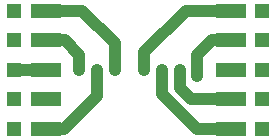
<source format=gbr>
%TF.GenerationSoftware,KiCad,Pcbnew,5.99.0-unknown-046fb58183~131~ubuntu20.04.1*%
%TF.CreationDate,2021-07-12T17:52:21-05:00*%
%TF.ProjectId,WurthTransformerFix,57757274-6854-4726-916e-73666f726d65,rev?*%
%TF.SameCoordinates,Original*%
%TF.FileFunction,Copper,L1,Top*%
%TF.FilePolarity,Positive*%
%FSLAX46Y46*%
G04 Gerber Fmt 4.6, Leading zero omitted, Abs format (unit mm)*
G04 Created by KiCad (PCBNEW 5.99.0-unknown-046fb58183~131~ubuntu20.04.1) date 2021-07-12 17:52:21*
%MOMM*%
%LPD*%
G01*
G04 APERTURE LIST*
%TA.AperFunction,ComponentPad*%
%ADD10R,1.300000X1.300000*%
%TD*%
%TA.AperFunction,SMDPad,CuDef*%
%ADD11R,2.540000X1.270000*%
%TD*%
%TA.AperFunction,ViaPad*%
%ADD12C,1.000000*%
%TD*%
%TA.AperFunction,Conductor*%
%ADD13C,1.000000*%
%TD*%
G04 APERTURE END LIST*
D10*
%TO.P,TR1,1,1*%
%TO.N,Net-(TR1-Pad1)*%
X-10500000Y5000000D03*
%TO.P,TR1,2*%
%TO.N,N/C*%
X-10500000Y2500000D03*
%TO.P,TR1,3,3*%
%TO.N,Net-(TR1-Pad3)*%
X-10500000Y0D03*
%TO.P,TR1,4,4*%
%TO.N,Net-(TR1-Pad4)*%
X-10500000Y-2500000D03*
%TO.P,TR1,5,5*%
%TO.N,Net-(TR1-Pad5)*%
X-10500000Y-5000000D03*
%TO.P,TR1,6,6*%
%TO.N,Net-(TR1-Pad6)*%
X10500000Y-5000000D03*
%TO.P,TR1,7,7*%
%TO.N,Net-(TR1-Pad7)*%
X10500000Y-2500000D03*
%TO.P,TR1,8*%
%TO.N,N/C*%
X10500000Y0D03*
%TO.P,TR1,9,9*%
%TO.N,Net-(TR1-Pad9)*%
X10500000Y2500000D03*
%TO.P,TR1,10,10*%
%TO.N,Net-(TR1-Pad10)*%
X10500000Y5000000D03*
%TD*%
D11*
%TO.P,TR2,1,1*%
%TO.N,Net-(TR1-Pad1)*%
X-7810000Y-5000000D03*
%TO.P,TR2,2*%
%TO.N,N/C*%
X-7810000Y-2500000D03*
%TO.P,TR2,3,3*%
%TO.N,Net-(TR1-Pad3)*%
X-7810000Y0D03*
%TO.P,TR2,4,4*%
%TO.N,Net-(TR1-Pad4)*%
X-7810000Y2500000D03*
%TO.P,TR2,5,5*%
%TO.N,Net-(TR1-Pad5)*%
X-7810000Y5000000D03*
%TO.P,TR2,6,6*%
%TO.N,Net-(TR1-Pad6)*%
X7810000Y5000000D03*
%TO.P,TR2,7,7*%
%TO.N,Net-(TR1-Pad7)*%
X7810000Y2500000D03*
%TO.P,TR2,8*%
%TO.N,N/C*%
X7810000Y0D03*
%TO.P,TR2,9,9*%
%TO.N,Net-(TR1-Pad9)*%
X7810000Y-2500000D03*
%TO.P,TR2,10,10*%
%TO.N,Net-(TR1-Pad10)*%
X7810000Y-5000000D03*
%TD*%
D12*
%TO.N,Net-(TR1-Pad9)*%
X3500000Y0D03*
%TO.N,Net-(TR1-Pad6)*%
X500000Y0D03*
%TO.N,Net-(TR1-Pad10)*%
X2000000Y0D03*
%TO.N,Net-(TR1-Pad7)*%
X5000000Y-500000D03*
%TO.N,Net-(TR1-Pad5)*%
X-2000000Y0D03*
%TO.N,Net-(TR1-Pad1)*%
X-3500000Y0D03*
%TO.N,Net-(TR1-Pad4)*%
X-5000000Y0D03*
%TD*%
D13*
%TO.N,Net-(TR1-Pad10)*%
X5000000Y-5000000D02*
X7810000Y-5000000D01*
X2000000Y-2000000D02*
X5000000Y-5000000D01*
X2000000Y0D02*
X2000000Y-2000000D01*
%TO.N,Net-(TR1-Pad6)*%
X4000000Y5000000D02*
X7810000Y5000000D01*
X500000Y1500000D02*
X4000000Y5000000D01*
X500000Y0D02*
X500000Y1500000D01*
%TO.N,Net-(TR1-Pad7)*%
X5000000Y1250000D02*
X6250000Y2500000D01*
X6250000Y2500000D02*
X7810000Y2500000D01*
X5000000Y-500000D02*
X5000000Y1250000D01*
%TO.N,Net-(TR1-Pad9)*%
X3500000Y-1500000D02*
X3500000Y0D01*
X7810000Y-2500000D02*
X4500000Y-2500000D01*
X4500000Y-2500000D02*
X3500000Y-1500000D01*
%TO.N,Net-(TR1-Pad5)*%
X-2000000Y0D02*
X-2000000Y2250000D01*
X-2000000Y2250000D02*
X-4750000Y5000000D01*
X-4750000Y5000000D02*
X-7810000Y5000000D01*
%TO.N,Net-(TR1-Pad1)*%
X-3500000Y0D02*
X-3500000Y-2250000D01*
X-3500000Y-2250000D02*
X-6250000Y-5000000D01*
X-6250000Y-5000000D02*
X-7810000Y-5000000D01*
%TO.N,Net-(TR1-Pad4)*%
X-5000000Y1280000D02*
X-5000000Y0D01*
X-5000000Y1280000D02*
X-6220000Y2500000D01*
X-6220000Y2500000D02*
X-7810000Y2500000D01*
%TO.N,Net-(TR1-Pad3)*%
X-7810000Y0D02*
X-10500000Y0D01*
%TD*%
M02*

</source>
